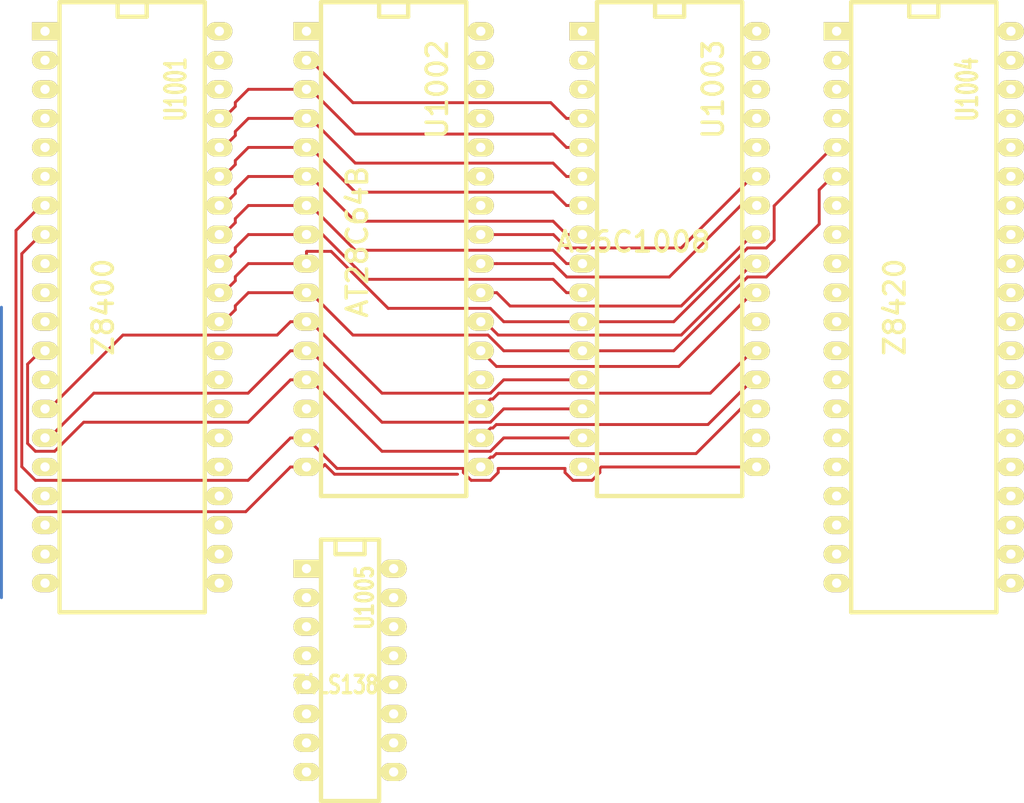
<source format=kicad_pcb>
(kicad_pcb (version 4) (host pcbnew "(2015-02-03 BZR 5404)-product")

  (general
    (links 86)
    (no_connects 86)
    (area 19.303999 25.590499 112.141002 96.329501)
    (thickness 1.6)
    (drawings 0)
    (tracks 215)
    (zones 0)
    (modules 5)
    (nets 67)
  )

  (page A3)
  (layers
    (0 F.Cu signal)
    (31 B.Cu signal)
    (32 B.Adhes user)
    (33 F.Adhes user)
    (34 B.Paste user)
    (35 F.Paste user)
    (36 B.SilkS user)
    (37 F.SilkS user)
    (38 B.Mask user)
    (39 F.Mask user)
    (40 Dwgs.User user)
    (41 Cmts.User user)
    (42 Eco1.User user)
    (43 Eco2.User user)
    (44 Edge.Cuts user)
  )

  (setup
    (last_trace_width 0.254)
    (trace_clearance 0.254)
    (zone_clearance 0.508)
    (zone_45_only no)
    (trace_min 0.254)
    (segment_width 0.2)
    (edge_width 0.1)
    (via_size 0.889)
    (via_drill 0.635)
    (via_min_size 0.889)
    (via_min_drill 0.508)
    (uvia_size 0.508)
    (uvia_drill 0.127)
    (uvias_allowed no)
    (uvia_min_size 0.508)
    (uvia_min_drill 0.127)
    (pcb_text_width 0.3)
    (pcb_text_size 1.5 1.5)
    (mod_edge_width 0.15)
    (mod_text_size 1 1)
    (mod_text_width 0.15)
    (pad_size 1.5 1.5)
    (pad_drill 0.6)
    (pad_to_mask_clearance 0)
    (aux_axis_origin 0 0)
    (visible_elements FFFFFFBF)
    (pcbplotparams
      (layerselection 0x00030_80000001)
      (usegerberextensions false)
      (excludeedgelayer true)
      (linewidth 0.150000)
      (plotframeref false)
      (viasonmask false)
      (mode 1)
      (useauxorigin false)
      (hpglpennumber 1)
      (hpglpenspeed 20)
      (hpglpendiameter 15)
      (hpglpenoverlay 2)
      (psnegative false)
      (psa4output false)
      (plotreference true)
      (plotvalue true)
      (plotinvisibletext false)
      (padsonsilk false)
      (subtractmaskfromsilk false)
      (outputformat 4)
      (mirror true)
      (drillshape 2)
      (scaleselection 1)
      (outputdirectory /Users/andreas/Desktop/))
  )

  (net 0 "")
  (net 1 /A0)
  (net 2 /A1)
  (net 3 /A10)
  (net 4 /A11)
  (net 5 /A12)
  (net 6 /A13)
  (net 7 /A14)
  (net 8 /A15)
  (net 9 /A2)
  (net 10 /A3)
  (net 11 /A4)
  (net 12 /A5)
  (net 13 /A6)
  (net 14 /A7)
  (net 15 /A8)
  (net 16 /A9)
  (net 17 /D0)
  (net 18 /D1)
  (net 19 /D2)
  (net 20 /D3)
  (net 21 /D4)
  (net 22 /D5)
  (net 23 /D6)
  (net 24 /D7)
  (net 25 /~WR)
  (net 26 GND)
  (net 27 VCC)
  (net 28 /CLK)
  (net 29 "Net-(U1001-Pad18)")
  (net 30 /~MREQ)
  (net 31 /~IOREQ)
  (net 32 /~RD)
  (net 33 "Net-(U1001-Pad23)")
  (net 34 /~RESET)
  (net 35 /~M1)
  (net 36 "Net-(U1001-Pad28)")
  (net 37 "Net-(U1003-Pad2)")
  (net 38 "Net-(U1004-Pad4)")
  (net 39 "Net-(U1004-Pad7)")
  (net 40 "Net-(U1004-Pad8)")
  (net 41 "Net-(U1004-Pad9)")
  (net 42 "Net-(U1004-Pad10)")
  (net 43 "Net-(U1004-Pad12)")
  (net 44 "Net-(U1004-Pad13)")
  (net 45 "Net-(U1004-Pad14)")
  (net 46 "Net-(U1004-Pad15)")
  (net 47 "Net-(U1004-Pad18)")
  (net 48 "Net-(U1004-Pad21)")
  (net 49 "Net-(U1004-Pad22)")
  (net 50 "Net-(U1004-Pad23)")
  (net 51 "Net-(U1004-Pad27)")
  (net 52 "Net-(U1004-Pad29)")
  (net 53 "Net-(U1004-Pad30)")
  (net 54 "Net-(U1004-Pad31)")
  (net 55 "Net-(U1004-Pad32)")
  (net 56 "Net-(U1004-Pad33)")
  (net 57 "Net-(U1004-Pad34)")
  (net 58 /~IORQ)
  (net 59 "Net-(U1005-Pad7)")
  (net 60 "Net-(U1005-Pad9)")
  (net 61 "Net-(U1005-Pad10)")
  (net 62 "Net-(U1005-Pad11)")
  (net 63 "Net-(U1005-Pad12)")
  (net 64 "Net-(U1005-Pad13)")
  (net 65 "Net-(U1005-Pad14)")
  (net 66 "Net-(U1005-Pad15)")

  (net_class Default "This is the default net class."
    (clearance 0.254)
    (trace_width 0.254)
    (via_dia 0.889)
    (via_drill 0.635)
    (uvia_dia 0.508)
    (uvia_drill 0.127)
    (add_net /A0)
    (add_net /A1)
    (add_net /A10)
    (add_net /A11)
    (add_net /A12)
    (add_net /A13)
    (add_net /A14)
    (add_net /A15)
    (add_net /A2)
    (add_net /A3)
    (add_net /A4)
    (add_net /A5)
    (add_net /A6)
    (add_net /A7)
    (add_net /A8)
    (add_net /A9)
    (add_net /CLK)
    (add_net /D0)
    (add_net /D1)
    (add_net /D2)
    (add_net /D3)
    (add_net /D4)
    (add_net /D5)
    (add_net /D6)
    (add_net /D7)
    (add_net /~IOREQ)
    (add_net /~IORQ)
    (add_net /~M1)
    (add_net /~MREQ)
    (add_net /~RD)
    (add_net /~RESET)
    (add_net /~WR)
    (add_net GND)
    (add_net "Net-(U1001-Pad18)")
    (add_net "Net-(U1001-Pad23)")
    (add_net "Net-(U1001-Pad28)")
    (add_net "Net-(U1003-Pad2)")
    (add_net "Net-(U1004-Pad10)")
    (add_net "Net-(U1004-Pad12)")
    (add_net "Net-(U1004-Pad13)")
    (add_net "Net-(U1004-Pad14)")
    (add_net "Net-(U1004-Pad15)")
    (add_net "Net-(U1004-Pad18)")
    (add_net "Net-(U1004-Pad21)")
    (add_net "Net-(U1004-Pad22)")
    (add_net "Net-(U1004-Pad23)")
    (add_net "Net-(U1004-Pad27)")
    (add_net "Net-(U1004-Pad29)")
    (add_net "Net-(U1004-Pad30)")
    (add_net "Net-(U1004-Pad31)")
    (add_net "Net-(U1004-Pad32)")
    (add_net "Net-(U1004-Pad33)")
    (add_net "Net-(U1004-Pad34)")
    (add_net "Net-(U1004-Pad4)")
    (add_net "Net-(U1004-Pad7)")
    (add_net "Net-(U1004-Pad8)")
    (add_net "Net-(U1004-Pad9)")
    (add_net "Net-(U1005-Pad10)")
    (add_net "Net-(U1005-Pad11)")
    (add_net "Net-(U1005-Pad12)")
    (add_net "Net-(U1005-Pad13)")
    (add_net "Net-(U1005-Pad14)")
    (add_net "Net-(U1005-Pad15)")
    (add_net "Net-(U1005-Pad7)")
    (add_net "Net-(U1005-Pad9)")
    (add_net VCC)
  )

  (module DIP-40__600_ELL (layer F.Cu) (tedit 200000) (tstamp 54D3F2D6)
    (at 31.115 52.705 270)
    (descr "Module Dil 40 pins, pads elliptiques, e=600 mils")
    (tags DIL)
    (path /54D11F78)
    (fp_text reference U1001 (at -19.05 -3.81 270) (layer F.SilkS)
      (effects (font (size 1.778 1.143) (thickness 0.3048)))
    )
    (fp_text value Z8400 (at 0 2.54 270) (layer F.SilkS)
      (effects (font (size 1.778 1.778) (thickness 0.3048)))
    )
    (fp_line (start -26.67 -1.27) (end -25.4 -1.27) (layer F.SilkS) (width 0.381))
    (fp_line (start -25.4 -1.27) (end -25.4 1.27) (layer F.SilkS) (width 0.381))
    (fp_line (start -25.4 1.27) (end -26.67 1.27) (layer F.SilkS) (width 0.381))
    (fp_line (start -26.67 -6.35) (end 26.67 -6.35) (layer F.SilkS) (width 0.381))
    (fp_line (start 26.67 -6.35) (end 26.67 6.35) (layer F.SilkS) (width 0.381))
    (fp_line (start 26.67 6.35) (end -26.67 6.35) (layer F.SilkS) (width 0.381))
    (fp_line (start -26.67 6.35) (end -26.67 -6.35) (layer F.SilkS) (width 0.381))
    (pad 1 thru_hole rect (at -24.13 7.62 270) (size 1.5748 2.286) (drill 0.8128) (layers *.Cu *.Mask F.SilkS)
      (net 4 /A11))
    (pad 2 thru_hole oval (at -21.59 7.62 270) (size 1.5748 2.286) (drill 0.8128) (layers *.Cu *.Mask F.SilkS)
      (net 5 /A12))
    (pad 3 thru_hole oval (at -19.05 7.62 270) (size 1.5748 2.286) (drill 0.8128) (layers *.Cu *.Mask F.SilkS)
      (net 6 /A13))
    (pad 4 thru_hole oval (at -16.51 7.62 270) (size 1.5748 2.286) (drill 0.8128) (layers *.Cu *.Mask F.SilkS)
      (net 7 /A14))
    (pad 5 thru_hole oval (at -13.97 7.62 270) (size 1.5748 2.286) (drill 0.8128) (layers *.Cu *.Mask F.SilkS)
      (net 8 /A15))
    (pad 6 thru_hole oval (at -11.43 7.62 270) (size 1.5748 2.286) (drill 0.8128) (layers *.Cu *.Mask F.SilkS)
      (net 28 /CLK))
    (pad 7 thru_hole oval (at -8.89 7.62 270) (size 1.5748 2.286) (drill 0.8128) (layers *.Cu *.Mask F.SilkS)
      (net 21 /D4))
    (pad 8 thru_hole oval (at -6.35 7.62 270) (size 1.5748 2.286) (drill 0.8128) (layers *.Cu *.Mask F.SilkS)
      (net 20 /D3))
    (pad 9 thru_hole oval (at -3.81 7.62 270) (size 1.5748 2.286) (drill 0.8128) (layers *.Cu *.Mask F.SilkS)
      (net 22 /D5))
    (pad 10 thru_hole oval (at -1.27 7.62 270) (size 1.5748 2.286) (drill 0.8128) (layers *.Cu *.Mask F.SilkS)
      (net 23 /D6))
    (pad 11 thru_hole oval (at 1.27 7.62 270) (size 1.5748 2.286) (drill 0.8128) (layers *.Cu *.Mask F.SilkS)
      (net 27 VCC))
    (pad 12 thru_hole oval (at 3.81 7.62 270) (size 1.5748 2.286) (drill 0.8128) (layers *.Cu *.Mask F.SilkS)
      (net 19 /D2))
    (pad 13 thru_hole oval (at 6.35 7.62 270) (size 1.5748 2.286) (drill 0.8128) (layers *.Cu *.Mask F.SilkS)
      (net 24 /D7))
    (pad 14 thru_hole oval (at 8.89 7.62 270) (size 1.5748 2.286) (drill 0.8128) (layers *.Cu *.Mask F.SilkS)
      (net 17 /D0))
    (pad 15 thru_hole oval (at 11.43 7.62 270) (size 1.5748 2.286) (drill 0.8128) (layers *.Cu *.Mask F.SilkS)
      (net 18 /D1))
    (pad 16 thru_hole oval (at 13.97 7.62 270) (size 1.5748 2.286) (drill 0.8128) (layers *.Cu *.Mask F.SilkS)
      (net 27 VCC))
    (pad 17 thru_hole oval (at 16.51 7.62 270) (size 1.5748 2.286) (drill 0.8128) (layers *.Cu *.Mask F.SilkS)
      (net 27 VCC))
    (pad 18 thru_hole oval (at 19.05 7.62 270) (size 1.5748 2.286) (drill 0.8128) (layers *.Cu *.Mask F.SilkS)
      (net 29 "Net-(U1001-Pad18)"))
    (pad 19 thru_hole oval (at 21.59 7.62 270) (size 1.5748 2.286) (drill 0.8128) (layers *.Cu *.Mask F.SilkS)
      (net 30 /~MREQ))
    (pad 20 thru_hole oval (at 24.13 7.62 270) (size 1.5748 2.286) (drill 0.8128) (layers *.Cu *.Mask F.SilkS)
      (net 31 /~IOREQ))
    (pad 21 thru_hole oval (at 24.13 -7.62 270) (size 1.5748 2.286) (drill 0.8128) (layers *.Cu *.Mask F.SilkS)
      (net 32 /~RD))
    (pad 22 thru_hole oval (at 21.59 -7.62 270) (size 1.5748 2.286) (drill 0.8128) (layers *.Cu *.Mask F.SilkS)
      (net 25 /~WR))
    (pad 23 thru_hole oval (at 19.05 -7.62 270) (size 1.5748 2.286) (drill 0.8128) (layers *.Cu *.Mask F.SilkS)
      (net 33 "Net-(U1001-Pad23)"))
    (pad 24 thru_hole oval (at 16.51 -7.62 270) (size 1.5748 2.286) (drill 0.8128) (layers *.Cu *.Mask F.SilkS)
      (net 27 VCC))
    (pad 25 thru_hole oval (at 13.97 -7.62 270) (size 1.5748 2.286) (drill 0.8128) (layers *.Cu *.Mask F.SilkS)
      (net 27 VCC))
    (pad 26 thru_hole oval (at 11.43 -7.62 270) (size 1.5748 2.286) (drill 0.8128) (layers *.Cu *.Mask F.SilkS)
      (net 34 /~RESET))
    (pad 27 thru_hole oval (at 8.89 -7.62 270) (size 1.5748 2.286) (drill 0.8128) (layers *.Cu *.Mask F.SilkS)
      (net 35 /~M1))
    (pad 28 thru_hole oval (at 6.35 -7.62 270) (size 1.5748 2.286) (drill 0.8128) (layers *.Cu *.Mask F.SilkS)
      (net 36 "Net-(U1001-Pad28)"))
    (pad 29 thru_hole oval (at 3.81 -7.62 270) (size 1.5748 2.286) (drill 0.8128) (layers *.Cu *.Mask F.SilkS)
      (net 26 GND))
    (pad 30 thru_hole oval (at 1.27 -7.62 270) (size 1.5748 2.286) (drill 0.8128) (layers *.Cu *.Mask F.SilkS)
      (net 1 /A0))
    (pad 31 thru_hole oval (at -1.27 -7.62 270) (size 1.5748 2.286) (drill 0.8128) (layers *.Cu *.Mask F.SilkS)
      (net 2 /A1))
    (pad 32 thru_hole oval (at -3.81 -7.62 270) (size 1.5748 2.286) (drill 0.8128) (layers *.Cu *.Mask F.SilkS)
      (net 9 /A2))
    (pad 33 thru_hole oval (at -6.35 -7.62 270) (size 1.5748 2.286) (drill 0.8128) (layers *.Cu *.Mask F.SilkS)
      (net 10 /A3))
    (pad 34 thru_hole oval (at -8.89 -7.62 270) (size 1.5748 2.286) (drill 0.8128) (layers *.Cu *.Mask F.SilkS)
      (net 11 /A4))
    (pad 35 thru_hole oval (at -11.43 -7.62 270) (size 1.5748 2.286) (drill 0.8128) (layers *.Cu *.Mask F.SilkS)
      (net 12 /A5))
    (pad 36 thru_hole oval (at -13.97 -7.62 270) (size 1.5748 2.286) (drill 0.8128) (layers *.Cu *.Mask F.SilkS)
      (net 13 /A6))
    (pad 37 thru_hole oval (at -16.51 -7.62 270) (size 1.5748 2.286) (drill 0.8128) (layers *.Cu *.Mask F.SilkS)
      (net 14 /A7))
    (pad 38 thru_hole oval (at -19.05 -7.62 270) (size 1.5748 2.286) (drill 0.8128) (layers *.Cu *.Mask F.SilkS)
      (net 15 /A8))
    (pad 39 thru_hole oval (at -21.59 -7.62 270) (size 1.5748 2.286) (drill 0.8128) (layers *.Cu *.Mask F.SilkS)
      (net 16 /A9))
    (pad 40 thru_hole oval (at -24.13 -7.62 270) (size 1.5748 2.286) (drill 0.8128) (layers *.Cu *.Mask F.SilkS)
      (net 3 /A10))
    (model dil\dil_40-w600.wrl
      (at (xyz 0 0 0))
      (scale (xyz 1 1 1))
      (rotate (xyz 0 0 0))
    )
  )

  (module DIP-40__600_ELL (layer F.Cu) (tedit 200000) (tstamp 54D3F309)
    (at 100.33 52.705 270)
    (descr "Module Dil 40 pins, pads elliptiques, e=600 mils")
    (tags DIL)
    (path /54D27D10)
    (fp_text reference U1004 (at -19.05 -3.81 270) (layer F.SilkS)
      (effects (font (size 1.778 1.143) (thickness 0.3048)))
    )
    (fp_text value Z8420 (at 0 2.54 270) (layer F.SilkS)
      (effects (font (size 1.778 1.778) (thickness 0.3048)))
    )
    (fp_line (start -26.67 -1.27) (end -25.4 -1.27) (layer F.SilkS) (width 0.381))
    (fp_line (start -25.4 -1.27) (end -25.4 1.27) (layer F.SilkS) (width 0.381))
    (fp_line (start -25.4 1.27) (end -26.67 1.27) (layer F.SilkS) (width 0.381))
    (fp_line (start -26.67 -6.35) (end 26.67 -6.35) (layer F.SilkS) (width 0.381))
    (fp_line (start 26.67 -6.35) (end 26.67 6.35) (layer F.SilkS) (width 0.381))
    (fp_line (start 26.67 6.35) (end -26.67 6.35) (layer F.SilkS) (width 0.381))
    (fp_line (start -26.67 6.35) (end -26.67 -6.35) (layer F.SilkS) (width 0.381))
    (pad 1 thru_hole rect (at -24.13 7.62 270) (size 1.5748 2.286) (drill 0.8128) (layers *.Cu *.Mask F.SilkS)
      (net 19 /D2))
    (pad 2 thru_hole oval (at -21.59 7.62 270) (size 1.5748 2.286) (drill 0.8128) (layers *.Cu *.Mask F.SilkS)
      (net 24 /D7))
    (pad 3 thru_hole oval (at -19.05 7.62 270) (size 1.5748 2.286) (drill 0.8128) (layers *.Cu *.Mask F.SilkS)
      (net 23 /D6))
    (pad 4 thru_hole oval (at -16.51 7.62 270) (size 1.5748 2.286) (drill 0.8128) (layers *.Cu *.Mask F.SilkS)
      (net 38 "Net-(U1004-Pad4)"))
    (pad 5 thru_hole oval (at -13.97 7.62 270) (size 1.5748 2.286) (drill 0.8128) (layers *.Cu *.Mask F.SilkS)
      (net 2 /A1))
    (pad 6 thru_hole oval (at -11.43 7.62 270) (size 1.5748 2.286) (drill 0.8128) (layers *.Cu *.Mask F.SilkS)
      (net 1 /A0))
    (pad 7 thru_hole oval (at -8.89 7.62 270) (size 1.5748 2.286) (drill 0.8128) (layers *.Cu *.Mask F.SilkS)
      (net 39 "Net-(U1004-Pad7)"))
    (pad 8 thru_hole oval (at -6.35 7.62 270) (size 1.5748 2.286) (drill 0.8128) (layers *.Cu *.Mask F.SilkS)
      (net 40 "Net-(U1004-Pad8)"))
    (pad 9 thru_hole oval (at -3.81 7.62 270) (size 1.5748 2.286) (drill 0.8128) (layers *.Cu *.Mask F.SilkS)
      (net 41 "Net-(U1004-Pad9)"))
    (pad 10 thru_hole oval (at -1.27 7.62 270) (size 1.5748 2.286) (drill 0.8128) (layers *.Cu *.Mask F.SilkS)
      (net 42 "Net-(U1004-Pad10)"))
    (pad 11 thru_hole oval (at 1.27 7.62 270) (size 1.5748 2.286) (drill 0.8128) (layers *.Cu *.Mask F.SilkS)
      (net 26 GND))
    (pad 12 thru_hole oval (at 3.81 7.62 270) (size 1.5748 2.286) (drill 0.8128) (layers *.Cu *.Mask F.SilkS)
      (net 43 "Net-(U1004-Pad12)"))
    (pad 13 thru_hole oval (at 6.35 7.62 270) (size 1.5748 2.286) (drill 0.8128) (layers *.Cu *.Mask F.SilkS)
      (net 44 "Net-(U1004-Pad13)"))
    (pad 14 thru_hole oval (at 8.89 7.62 270) (size 1.5748 2.286) (drill 0.8128) (layers *.Cu *.Mask F.SilkS)
      (net 45 "Net-(U1004-Pad14)"))
    (pad 15 thru_hole oval (at 11.43 7.62 270) (size 1.5748 2.286) (drill 0.8128) (layers *.Cu *.Mask F.SilkS)
      (net 46 "Net-(U1004-Pad15)"))
    (pad 16 thru_hole oval (at 13.97 7.62 270) (size 1.5748 2.286) (drill 0.8128) (layers *.Cu *.Mask F.SilkS)
      (net 27 VCC))
    (pad 17 thru_hole oval (at 16.51 7.62 270) (size 1.5748 2.286) (drill 0.8128) (layers *.Cu *.Mask F.SilkS)
      (net 27 VCC))
    (pad 18 thru_hole oval (at 19.05 7.62 270) (size 1.5748 2.286) (drill 0.8128) (layers *.Cu *.Mask F.SilkS)
      (net 47 "Net-(U1004-Pad18)"))
    (pad 19 thru_hole oval (at 21.59 7.62 270) (size 1.5748 2.286) (drill 0.8128) (layers *.Cu *.Mask F.SilkS)
      (net 17 /D0))
    (pad 20 thru_hole oval (at 24.13 7.62 270) (size 1.5748 2.286) (drill 0.8128) (layers *.Cu *.Mask F.SilkS)
      (net 18 /D1))
    (pad 21 thru_hole oval (at 24.13 -7.62 270) (size 1.5748 2.286) (drill 0.8128) (layers *.Cu *.Mask F.SilkS)
      (net 48 "Net-(U1004-Pad21)"))
    (pad 22 thru_hole oval (at 21.59 -7.62 270) (size 1.5748 2.286) (drill 0.8128) (layers *.Cu *.Mask F.SilkS)
      (net 49 "Net-(U1004-Pad22)"))
    (pad 23 thru_hole oval (at 19.05 -7.62 270) (size 1.5748 2.286) (drill 0.8128) (layers *.Cu *.Mask F.SilkS)
      (net 50 "Net-(U1004-Pad23)"))
    (pad 24 thru_hole oval (at 16.51 -7.62 270) (size 1.5748 2.286) (drill 0.8128) (layers *.Cu *.Mask F.SilkS)
      (net 26 GND))
    (pad 25 thru_hole oval (at 13.97 -7.62 270) (size 1.5748 2.286) (drill 0.8128) (layers *.Cu *.Mask F.SilkS)
      (net 28 /CLK))
    (pad 26 thru_hole oval (at 11.43 -7.62 270) (size 1.5748 2.286) (drill 0.8128) (layers *.Cu *.Mask F.SilkS))
    (pad 27 thru_hole oval (at 8.89 -7.62 270) (size 1.5748 2.286) (drill 0.8128) (layers *.Cu *.Mask F.SilkS)
      (net 51 "Net-(U1004-Pad27)"))
    (pad 28 thru_hole oval (at 6.35 -7.62 270) (size 1.5748 2.286) (drill 0.8128) (layers *.Cu *.Mask F.SilkS)
      (net 27 VCC))
    (pad 29 thru_hole oval (at 3.81 -7.62 270) (size 1.5748 2.286) (drill 0.8128) (layers *.Cu *.Mask F.SilkS)
      (net 52 "Net-(U1004-Pad29)"))
    (pad 30 thru_hole oval (at 1.27 -7.62 270) (size 1.5748 2.286) (drill 0.8128) (layers *.Cu *.Mask F.SilkS)
      (net 53 "Net-(U1004-Pad30)"))
    (pad 31 thru_hole oval (at -1.27 -7.62 270) (size 1.5748 2.286) (drill 0.8128) (layers *.Cu *.Mask F.SilkS)
      (net 54 "Net-(U1004-Pad31)"))
    (pad 32 thru_hole oval (at -3.81 -7.62 270) (size 1.5748 2.286) (drill 0.8128) (layers *.Cu *.Mask F.SilkS)
      (net 55 "Net-(U1004-Pad32)"))
    (pad 33 thru_hole oval (at -6.35 -7.62 270) (size 1.5748 2.286) (drill 0.8128) (layers *.Cu *.Mask F.SilkS)
      (net 56 "Net-(U1004-Pad33)"))
    (pad 34 thru_hole oval (at -8.89 -7.62 270) (size 1.5748 2.286) (drill 0.8128) (layers *.Cu *.Mask F.SilkS)
      (net 57 "Net-(U1004-Pad34)"))
    (pad 35 thru_hole oval (at -11.43 -7.62 270) (size 1.5748 2.286) (drill 0.8128) (layers *.Cu *.Mask F.SilkS)
      (net 32 /~RD))
    (pad 36 thru_hole oval (at -13.97 -7.62 270) (size 1.5748 2.286) (drill 0.8128) (layers *.Cu *.Mask F.SilkS)
      (net 58 /~IORQ))
    (pad 37 thru_hole oval (at -16.51 -7.62 270) (size 1.5748 2.286) (drill 0.8128) (layers *.Cu *.Mask F.SilkS)
      (net 35 /~M1))
    (pad 38 thru_hole oval (at -19.05 -7.62 270) (size 1.5748 2.286) (drill 0.8128) (layers *.Cu *.Mask F.SilkS)
      (net 22 /D5))
    (pad 39 thru_hole oval (at -21.59 -7.62 270) (size 1.5748 2.286) (drill 0.8128) (layers *.Cu *.Mask F.SilkS)
      (net 21 /D4))
    (pad 40 thru_hole oval (at -24.13 -7.62 270) (size 1.5748 2.286) (drill 0.8128) (layers *.Cu *.Mask F.SilkS)
      (net 20 /D3))
    (model dil\dil_40-w600.wrl
      (at (xyz 0 0 0))
      (scale (xyz 1 1 1))
      (rotate (xyz 0 0 0))
    )
  )

  (module DIP-32__600_ELL (layer F.Cu) (tedit 200000) (tstamp 54D3F334)
    (at 53.975 47.625 270)
    (descr "32 pins DIL package, elliptical pads, width 600mil")
    (tags DIL)
    (path /54D12202)
    (fp_text reference U1002 (at -13.97 -3.81 270) (layer F.SilkS)
      (effects (font (size 1.778 1.778) (thickness 0.3048)))
    )
    (fp_text value AT28C64B (at -0.635 3.175 270) (layer F.SilkS)
      (effects (font (size 1.778 1.778) (thickness 0.3048)))
    )
    (fp_line (start -21.59 -6.35) (end 21.59 -6.35) (layer F.SilkS) (width 0.381))
    (fp_line (start 21.59 -6.35) (end 21.59 6.35) (layer F.SilkS) (width 0.381))
    (fp_line (start 21.59 6.35) (end -21.59 6.35) (layer F.SilkS) (width 0.381))
    (fp_line (start -21.59 6.35) (end -21.59 -6.35) (layer F.SilkS) (width 0.381))
    (fp_line (start -21.59 1.27) (end -20.32 1.27) (layer F.SilkS) (width 0.381))
    (fp_line (start -20.32 1.27) (end -20.32 -1.27) (layer F.SilkS) (width 0.381))
    (fp_line (start -20.32 -1.27) (end -21.59 -1.27) (layer F.SilkS) (width 0.381))
    (pad 1 thru_hole rect (at -19.05 7.62 270) (size 1.5748 2.286) (drill 0.8128) (layers *.Cu *.Mask F.SilkS))
    (pad 2 thru_hole oval (at -16.51 7.62 270) (size 1.5748 2.286) (drill 0.8128) (layers *.Cu *.Mask F.SilkS)
      (net 5 /A12))
    (pad 3 thru_hole oval (at -13.97 7.62 270) (size 1.5748 2.286) (drill 0.8128) (layers *.Cu *.Mask F.SilkS)
      (net 14 /A7))
    (pad 4 thru_hole oval (at -11.43 7.62 270) (size 1.5748 2.286) (drill 0.8128) (layers *.Cu *.Mask F.SilkS)
      (net 13 /A6))
    (pad 5 thru_hole oval (at -8.89 7.62 270) (size 1.5748 2.286) (drill 0.8128) (layers *.Cu *.Mask F.SilkS)
      (net 12 /A5))
    (pad 6 thru_hole oval (at -6.35 7.62 270) (size 1.5748 2.286) (drill 0.8128) (layers *.Cu *.Mask F.SilkS)
      (net 11 /A4))
    (pad 7 thru_hole oval (at -3.81 7.62 270) (size 1.5748 2.286) (drill 0.8128) (layers *.Cu *.Mask F.SilkS)
      (net 10 /A3))
    (pad 8 thru_hole oval (at -1.27 7.62 270) (size 1.5748 2.286) (drill 0.8128) (layers *.Cu *.Mask F.SilkS)
      (net 9 /A2))
    (pad 9 thru_hole oval (at 1.27 7.62 270) (size 1.5748 2.286) (drill 0.8128) (layers *.Cu *.Mask F.SilkS)
      (net 2 /A1))
    (pad 10 thru_hole oval (at 3.81 7.62 270) (size 1.5748 2.286) (drill 0.8128) (layers *.Cu *.Mask F.SilkS)
      (net 1 /A0))
    (pad 11 thru_hole oval (at 6.35 7.62 270) (size 1.5748 2.286) (drill 0.8128) (layers *.Cu *.Mask F.SilkS)
      (net 17 /D0))
    (pad 12 thru_hole oval (at 8.89 7.62 270) (size 1.5748 2.286) (drill 0.8128) (layers *.Cu *.Mask F.SilkS)
      (net 18 /D1))
    (pad 13 thru_hole oval (at 11.43 7.62 270) (size 1.5748 2.286) (drill 0.8128) (layers *.Cu *.Mask F.SilkS)
      (net 19 /D2))
    (pad 14 thru_hole oval (at 13.97 7.62 270) (size 1.5748 2.286) (drill 0.8128) (layers *.Cu *.Mask F.SilkS)
      (net 26 GND))
    (pad 15 thru_hole oval (at 16.51 7.62 270) (size 1.5748 2.286) (drill 0.8128) (layers *.Cu *.Mask F.SilkS)
      (net 20 /D3))
    (pad 16 thru_hole oval (at 19.05 7.62 270) (size 1.5748 2.286) (drill 0.8128) (layers *.Cu *.Mask F.SilkS)
      (net 21 /D4))
    (pad 17 thru_hole oval (at 19.05 -7.62 270) (size 1.5748 2.286) (drill 0.8128) (layers *.Cu *.Mask F.SilkS)
      (net 22 /D5))
    (pad 18 thru_hole oval (at 16.51 -7.62 270) (size 1.5748 2.286) (drill 0.8128) (layers *.Cu *.Mask F.SilkS)
      (net 23 /D6))
    (pad 19 thru_hole oval (at 13.97 -7.62 270) (size 1.5748 2.286) (drill 0.8128) (layers *.Cu *.Mask F.SilkS)
      (net 24 /D7))
    (pad 20 thru_hole oval (at 11.43 -7.62 270) (size 1.5748 2.286) (drill 0.8128) (layers *.Cu *.Mask F.SilkS)
      (net 8 /A15))
    (pad 21 thru_hole oval (at 8.89 -7.62 270) (size 1.5748 2.286) (drill 0.8128) (layers *.Cu *.Mask F.SilkS)
      (net 3 /A10))
    (pad 22 thru_hole oval (at 6.35 -7.62 270) (size 1.5748 2.286) (drill 0.8128) (layers *.Cu *.Mask F.SilkS)
      (net 30 /~MREQ))
    (pad 23 thru_hole oval (at 3.81 -7.62 270) (size 1.5748 2.286) (drill 0.8128) (layers *.Cu *.Mask F.SilkS)
      (net 4 /A11))
    (pad 24 thru_hole oval (at 1.27 -7.62 270) (size 1.5748 2.286) (drill 0.8128) (layers *.Cu *.Mask F.SilkS)
      (net 16 /A9))
    (pad 25 thru_hole oval (at -1.27 -7.62 270) (size 1.5748 2.286) (drill 0.8128) (layers *.Cu *.Mask F.SilkS)
      (net 15 /A8))
    (pad 26 thru_hole oval (at -3.81 -7.62 270) (size 1.5748 2.286) (drill 0.8128) (layers *.Cu *.Mask F.SilkS))
    (pad 27 thru_hole oval (at -6.35 -7.62 270) (size 1.5748 2.286) (drill 0.8128) (layers *.Cu *.Mask F.SilkS)
      (net 27 VCC))
    (pad 28 thru_hole oval (at -8.89 -7.62 270) (size 1.5748 2.286) (drill 0.8128) (layers *.Cu *.Mask F.SilkS)
      (net 27 VCC))
    (pad 29 thru_hole oval (at -11.43 -7.62 270) (size 1.5748 2.286) (drill 0.8128) (layers *.Cu *.Mask F.SilkS))
    (pad 30 thru_hole oval (at -13.97 -7.62 270) (size 1.5748 2.286) (drill 0.8128) (layers *.Cu *.Mask F.SilkS))
    (pad 31 thru_hole oval (at -16.51 -7.62 270) (size 1.5748 2.286) (drill 0.8128) (layers *.Cu *.Mask F.SilkS))
    (pad 32 thru_hole oval (at -19.05 -7.62 270) (size 1.5748 2.286) (drill 0.8128) (layers *.Cu *.Mask F.SilkS))
    (model dil/dil_32-w600.wrl
      (at (xyz 0 0 0))
      (scale (xyz 1 1 1))
      (rotate (xyz 0 0 0))
    )
  )

  (module DIP-32__600_ELL (layer F.Cu) (tedit 54D670AC) (tstamp 54D3F35F)
    (at 78.105 47.625 270)
    (descr "32 pins DIL package, elliptical pads, width 600mil")
    (tags DIL)
    (path /54D12D71)
    (fp_text reference U1003 (at -13.97 -3.81 270) (layer F.SilkS)
      (effects (font (size 1.778 1.778) (thickness 0.3048)))
    )
    (fp_text value AS6C1008 (at -0.635 3.175 360) (layer F.SilkS)
      (effects (font (size 1.778 1.778) (thickness 0.3048)))
    )
    (fp_line (start -21.59 -6.35) (end 21.59 -6.35) (layer F.SilkS) (width 0.381))
    (fp_line (start 21.59 -6.35) (end 21.59 6.35) (layer F.SilkS) (width 0.381))
    (fp_line (start 21.59 6.35) (end -21.59 6.35) (layer F.SilkS) (width 0.381))
    (fp_line (start -21.59 6.35) (end -21.59 -6.35) (layer F.SilkS) (width 0.381))
    (fp_line (start -21.59 1.27) (end -20.32 1.27) (layer F.SilkS) (width 0.381))
    (fp_line (start -20.32 1.27) (end -20.32 -1.27) (layer F.SilkS) (width 0.381))
    (fp_line (start -20.32 -1.27) (end -21.59 -1.27) (layer F.SilkS) (width 0.381))
    (pad 1 thru_hole rect (at -19.05 7.62 270) (size 1.5748 2.286) (drill 0.8128) (layers *.Cu *.Mask F.SilkS))
    (pad 2 thru_hole oval (at -16.51 7.62 270) (size 1.5748 2.286) (drill 0.8128) (layers *.Cu *.Mask F.SilkS)
      (net 37 "Net-(U1003-Pad2)"))
    (pad 3 thru_hole oval (at -13.97 7.62 270) (size 1.5748 2.286) (drill 0.8128) (layers *.Cu *.Mask F.SilkS)
      (net 7 /A14))
    (pad 4 thru_hole oval (at -11.43 7.62 270) (size 1.5748 2.286) (drill 0.8128) (layers *.Cu *.Mask F.SilkS)
      (net 5 /A12))
    (pad 5 thru_hole oval (at -8.89 7.62 270) (size 1.5748 2.286) (drill 0.8128) (layers *.Cu *.Mask F.SilkS)
      (net 14 /A7))
    (pad 6 thru_hole oval (at -6.35 7.62 270) (size 1.5748 2.286) (drill 0.8128) (layers *.Cu *.Mask F.SilkS)
      (net 13 /A6))
    (pad 7 thru_hole oval (at -3.81 7.62 270) (size 1.5748 2.286) (drill 0.8128) (layers *.Cu *.Mask F.SilkS)
      (net 12 /A5))
    (pad 8 thru_hole oval (at -1.27 7.62 270) (size 1.5748 2.286) (drill 0.8128) (layers *.Cu *.Mask F.SilkS)
      (net 11 /A4))
    (pad 9 thru_hole oval (at 1.27 7.62 270) (size 1.5748 2.286) (drill 0.8128) (layers *.Cu *.Mask F.SilkS)
      (net 10 /A3))
    (pad 10 thru_hole oval (at 3.81 7.62 270) (size 1.5748 2.286) (drill 0.8128) (layers *.Cu *.Mask F.SilkS)
      (net 9 /A2))
    (pad 11 thru_hole oval (at 6.35 7.62 270) (size 1.5748 2.286) (drill 0.8128) (layers *.Cu *.Mask F.SilkS)
      (net 2 /A1))
    (pad 12 thru_hole oval (at 8.89 7.62 270) (size 1.5748 2.286) (drill 0.8128) (layers *.Cu *.Mask F.SilkS)
      (net 1 /A0))
    (pad 13 thru_hole oval (at 11.43 7.62 270) (size 1.5748 2.286) (drill 0.8128) (layers *.Cu *.Mask F.SilkS)
      (net 17 /D0))
    (pad 14 thru_hole oval (at 13.97 7.62 270) (size 1.5748 2.286) (drill 0.8128) (layers *.Cu *.Mask F.SilkS)
      (net 18 /D1))
    (pad 15 thru_hole oval (at 16.51 7.62 270) (size 1.5748 2.286) (drill 0.8128) (layers *.Cu *.Mask F.SilkS)
      (net 19 /D2))
    (pad 16 thru_hole oval (at 19.05 7.62 270) (size 1.5748 2.286) (drill 0.8128) (layers *.Cu *.Mask F.SilkS)
      (net 26 GND))
    (pad 17 thru_hole oval (at 19.05 -7.62 270) (size 1.5748 2.286) (drill 0.8128) (layers *.Cu *.Mask F.SilkS)
      (net 20 /D3))
    (pad 18 thru_hole oval (at 16.51 -7.62 270) (size 1.5748 2.286) (drill 0.8128) (layers *.Cu *.Mask F.SilkS)
      (net 21 /D4))
    (pad 19 thru_hole oval (at 13.97 -7.62 270) (size 1.5748 2.286) (drill 0.8128) (layers *.Cu *.Mask F.SilkS)
      (net 22 /D5))
    (pad 20 thru_hole oval (at 11.43 -7.62 270) (size 1.5748 2.286) (drill 0.8128) (layers *.Cu *.Mask F.SilkS)
      (net 23 /D6))
    (pad 21 thru_hole oval (at 8.89 -7.62 270) (size 1.5748 2.286) (drill 0.8128) (layers *.Cu *.Mask F.SilkS)
      (net 24 /D7))
    (pad 22 thru_hole oval (at 6.35 -7.62 270) (size 1.5748 2.286) (drill 0.8128) (layers *.Cu *.Mask F.SilkS)
      (net 26 GND))
    (pad 23 thru_hole oval (at 3.81 -7.62 270) (size 1.5748 2.286) (drill 0.8128) (layers *.Cu *.Mask F.SilkS)
      (net 3 /A10))
    (pad 24 thru_hole oval (at 1.27 -7.62 270) (size 1.5748 2.286) (drill 0.8128) (layers *.Cu *.Mask F.SilkS)
      (net 30 /~MREQ))
    (pad 25 thru_hole oval (at -1.27 -7.62 270) (size 1.5748 2.286) (drill 0.8128) (layers *.Cu *.Mask F.SilkS)
      (net 4 /A11))
    (pad 26 thru_hole oval (at -3.81 -7.62 270) (size 1.5748 2.286) (drill 0.8128) (layers *.Cu *.Mask F.SilkS)
      (net 16 /A9))
    (pad 27 thru_hole oval (at -6.35 -7.62 270) (size 1.5748 2.286) (drill 0.8128) (layers *.Cu *.Mask F.SilkS)
      (net 15 /A8))
    (pad 28 thru_hole oval (at -8.89 -7.62 270) (size 1.5748 2.286) (drill 0.8128) (layers *.Cu *.Mask F.SilkS)
      (net 6 /A13))
    (pad 29 thru_hole oval (at -11.43 -7.62 270) (size 1.5748 2.286) (drill 0.8128) (layers *.Cu *.Mask F.SilkS)
      (net 25 /~WR))
    (pad 30 thru_hole oval (at -13.97 -7.62 270) (size 1.5748 2.286) (drill 0.8128) (layers *.Cu *.Mask F.SilkS)
      (net 8 /A15))
    (pad 31 thru_hole oval (at -16.51 -7.62 270) (size 1.5748 2.286) (drill 0.8128) (layers *.Cu *.Mask F.SilkS)
      (net 8 /A15))
    (pad 32 thru_hole oval (at -19.05 -7.62 270) (size 1.5748 2.286) (drill 0.8128) (layers *.Cu *.Mask F.SilkS)
      (net 27 VCC))
    (model dil/dil_32-w600.wrl
      (at (xyz 0 0 0))
      (scale (xyz 1 1 1))
      (rotate (xyz 0 0 0))
    )
  )

  (module DIP-16__300_ELL (layer F.Cu) (tedit 54D670B2) (tstamp 54D672A0)
    (at 50.165 84.455 270)
    (descr "16 pins DIL package, elliptical pads")
    (tags DIL)
    (path /54D3E273)
    (fp_text reference U1005 (at -6.35 -1.27 270) (layer F.SilkS)
      (effects (font (size 1.524 1.143) (thickness 0.3048)))
    )
    (fp_text value 74LS138 (at 1.27 1.27 360) (layer F.SilkS)
      (effects (font (size 1.524 1.143) (thickness 0.3048)))
    )
    (fp_line (start -11.43 -1.27) (end -11.43 -1.27) (layer F.SilkS) (width 0.381))
    (fp_line (start -11.43 -1.27) (end -10.16 -1.27) (layer F.SilkS) (width 0.381))
    (fp_line (start -10.16 -1.27) (end -10.16 1.27) (layer F.SilkS) (width 0.381))
    (fp_line (start -10.16 1.27) (end -11.43 1.27) (layer F.SilkS) (width 0.381))
    (fp_line (start -11.43 -2.54) (end 11.43 -2.54) (layer F.SilkS) (width 0.381))
    (fp_line (start 11.43 -2.54) (end 11.43 2.54) (layer F.SilkS) (width 0.381))
    (fp_line (start 11.43 2.54) (end -11.43 2.54) (layer F.SilkS) (width 0.381))
    (fp_line (start -11.43 2.54) (end -11.43 -2.54) (layer F.SilkS) (width 0.381))
    (pad 1 thru_hole rect (at -8.89 3.81 270) (size 1.5748 2.286) (drill 0.8128) (layers *.Cu *.Mask F.SilkS)
      (net 11 /A4))
    (pad 2 thru_hole oval (at -6.35 3.81 270) (size 1.5748 2.286) (drill 0.8128) (layers *.Cu *.Mask F.SilkS)
      (net 12 /A5))
    (pad 3 thru_hole oval (at -3.81 3.81 270) (size 1.5748 2.286) (drill 0.8128) (layers *.Cu *.Mask F.SilkS)
      (net 13 /A6))
    (pad 4 thru_hole oval (at -1.27 3.81 270) (size 1.5748 2.286) (drill 0.8128) (layers *.Cu *.Mask F.SilkS)
      (net 14 /A7))
    (pad 5 thru_hole oval (at 1.27 3.81 270) (size 1.5748 2.286) (drill 0.8128) (layers *.Cu *.Mask F.SilkS)
      (net 26 GND))
    (pad 6 thru_hole oval (at 3.81 3.81 270) (size 1.5748 2.286) (drill 0.8128) (layers *.Cu *.Mask F.SilkS)
      (net 27 VCC))
    (pad 7 thru_hole oval (at 6.35 3.81 270) (size 1.5748 2.286) (drill 0.8128) (layers *.Cu *.Mask F.SilkS)
      (net 59 "Net-(U1005-Pad7)"))
    (pad 8 thru_hole oval (at 8.89 3.81 270) (size 1.5748 2.286) (drill 0.8128) (layers *.Cu *.Mask F.SilkS)
      (net 26 GND))
    (pad 9 thru_hole oval (at 8.89 -3.81 270) (size 1.5748 2.286) (drill 0.8128) (layers *.Cu *.Mask F.SilkS)
      (net 60 "Net-(U1005-Pad9)"))
    (pad 10 thru_hole oval (at 6.35 -3.81 270) (size 1.5748 2.286) (drill 0.8128) (layers *.Cu *.Mask F.SilkS)
      (net 61 "Net-(U1005-Pad10)"))
    (pad 11 thru_hole oval (at 3.81 -3.81 270) (size 1.5748 2.286) (drill 0.8128) (layers *.Cu *.Mask F.SilkS)
      (net 62 "Net-(U1005-Pad11)"))
    (pad 12 thru_hole oval (at 1.27 -3.81 270) (size 1.5748 2.286) (drill 0.8128) (layers *.Cu *.Mask F.SilkS)
      (net 63 "Net-(U1005-Pad12)"))
    (pad 13 thru_hole oval (at -1.27 -3.81 270) (size 1.5748 2.286) (drill 0.8128) (layers *.Cu *.Mask F.SilkS)
      (net 64 "Net-(U1005-Pad13)"))
    (pad 14 thru_hole oval (at -3.81 -3.81 270) (size 1.5748 2.286) (drill 0.8128) (layers *.Cu *.Mask F.SilkS)
      (net 65 "Net-(U1005-Pad14)"))
    (pad 15 thru_hole oval (at -6.35 -3.81 270) (size 1.5748 2.286) (drill 0.8128) (layers *.Cu *.Mask F.SilkS)
      (net 66 "Net-(U1005-Pad15)"))
    (pad 16 thru_hole oval (at -8.89 -3.81 270) (size 1.5748 2.286) (drill 0.8128) (layers *.Cu *.Mask F.SilkS)
      (net 27 VCC))
    (model dil/dil_16.wrl
      (at (xyz 0 0 0))
      (scale (xyz 1 1 1))
      (rotate (xyz 0 0 0))
    )
  )

  (segment (start 19.685 52.705) (end 19.685 78.105) (width 0.254) (layer B.Cu) (net 0) (tstamp 54D699E8))
  (segment (start 92.71 41.275) (end 92.3544 41.275) (width 0.254) (layer F.Cu) (net 1))
  (segment (start 92.3544 41.275) (end 91.18599 42.44341) (width 0.254) (layer F.Cu) (net 1))
  (segment (start 91.18599 42.44341) (end 91.18599 45.441991) (width 0.254) (layer F.Cu) (net 1))
  (segment (start 91.18599 45.441991) (end 86.564571 50.06341) (width 0.254) (layer F.Cu) (net 1))
  (segment (start 86.564571 50.06341) (end 84.919424 50.06341) (width 0.254) (layer F.Cu) (net 1))
  (segment (start 84.919424 50.06341) (end 78.467834 56.515) (width 0.254) (layer F.Cu) (net 1))
  (segment (start 78.467834 56.515) (end 71.882 56.515) (width 0.254) (layer F.Cu) (net 1))
  (segment (start 71.882 56.515) (end 70.485 56.515) (width 0.254) (layer F.Cu) (net 1))
  (segment (start 46.7106 51.435) (end 46.355 51.435) (width 0.254) (layer F.Cu) (net 1))
  (segment (start 50.41901 55.14341) (end 46.7106 51.435) (width 0.254) (layer F.Cu) (net 1))
  (segment (start 62.231391 55.14341) (end 50.41901 55.14341) (width 0.254) (layer F.Cu) (net 1))
  (segment (start 63.602981 56.515) (end 62.231391 55.14341) (width 0.254) (layer F.Cu) (net 1))
  (segment (start 70.485 56.515) (end 63.602981 56.515) (width 0.254) (layer F.Cu) (net 1))
  (segment (start 46.355 51.435) (end 41.275 51.435) (width 0.254) (layer F.Cu) (net 1))
  (segment (start 41.275 51.435) (end 40.132 52.578) (width 0.254) (layer F.Cu) (net 1))
  (segment (start 40.132 52.578) (end 40.132 52.9336) (width 0.254) (layer F.Cu) (net 1))
  (segment (start 40.132 52.9336) (end 39.0906 53.975) (width 0.254) (layer F.Cu) (net 1))
  (segment (start 39.0906 53.975) (end 38.735 53.975) (width 0.254) (layer F.Cu) (net 1))
  (segment (start 92.71 38.735) (end 92.3544 38.735) (width 0.254) (layer F.Cu) (net 2))
  (segment (start 92.3544 38.735) (end 87.24901 43.84039) (width 0.254) (layer F.Cu) (net 2))
  (segment (start 87.24901 43.84039) (end 87.24901 46.838971) (width 0.254) (layer F.Cu) (net 2))
  (segment (start 87.24901 46.838971) (end 86.564571 47.52341) (width 0.254) (layer F.Cu) (net 2))
  (segment (start 78.467834 53.975) (end 71.882 53.975) (width 0.254) (layer F.Cu) (net 2))
  (segment (start 86.564571 47.52341) (end 84.919424 47.52341) (width 0.254) (layer F.Cu) (net 2))
  (segment (start 84.919424 47.52341) (end 78.467834 53.975) (width 0.254) (layer F.Cu) (net 2))
  (segment (start 71.882 53.975) (end 70.485 53.975) (width 0.254) (layer F.Cu) (net 2))
  (segment (start 48.510283 47.820947) (end 46.387653 47.820947) (width 0.254) (layer F.Cu) (net 2))
  (segment (start 53.495926 52.80659) (end 48.510283 47.820947) (width 0.254) (layer F.Cu) (net 2))
  (segment (start 70.485 53.975) (end 63.602981 53.975) (width 0.254) (layer F.Cu) (net 2))
  (segment (start 62.434571 52.80659) (end 53.495926 52.80659) (width 0.254) (layer F.Cu) (net 2))
  (segment (start 63.602981 53.975) (end 62.434571 52.80659) (width 0.254) (layer F.Cu) (net 2))
  (segment (start 46.355 47.8536) (end 46.355 48.895) (width 0.254) (layer F.Cu) (net 2))
  (segment (start 46.387653 47.820947) (end 46.355 47.8536) (width 0.254) (layer F.Cu) (net 2))
  (segment (start 46.355 48.895) (end 41.275 48.895) (width 0.254) (layer F.Cu) (net 2))
  (segment (start 40.132 50.038) (end 40.132 50.3936) (width 0.254) (layer F.Cu) (net 2))
  (segment (start 41.275 48.895) (end 40.132 50.038) (width 0.254) (layer F.Cu) (net 2))
  (segment (start 40.132 50.3936) (end 39.0906 51.435) (width 0.254) (layer F.Cu) (net 2))
  (segment (start 39.0906 51.435) (end 38.735 51.435) (width 0.254) (layer F.Cu) (net 2))
  (segment (start 85.725 51.435) (end 85.3694 51.435) (width 0.254) (layer F.Cu) (net 3))
  (segment (start 85.3694 51.435) (end 78.91781 57.88659) (width 0.254) (layer F.Cu) (net 3))
  (segment (start 78.91781 57.88659) (end 62.96659 57.88659) (width 0.254) (layer F.Cu) (net 3))
  (segment (start 62.96659 57.88659) (end 61.595 56.515) (width 0.254) (layer F.Cu) (net 3))
  (segment (start 85.725 46.355) (end 85.3694 46.355) (width 0.254) (layer F.Cu) (net 4))
  (segment (start 85.3694 46.355) (end 79.12099 52.60341) (width 0.254) (layer F.Cu) (net 4))
  (segment (start 79.12099 52.60341) (end 64.16041 52.60341) (width 0.254) (layer F.Cu) (net 4))
  (segment (start 64.16041 52.60341) (end 62.992 51.435) (width 0.254) (layer F.Cu) (net 4))
  (segment (start 62.992 51.435) (end 61.595 51.435) (width 0.254) (layer F.Cu) (net 4))
  (segment (start 70.485 36.195) (end 69.088 36.195) (width 0.254) (layer F.Cu) (net 5))
  (segment (start 69.088 36.195) (end 67.71641 34.82341) (width 0.254) (layer F.Cu) (net 5))
  (segment (start 67.71641 34.82341) (end 50.41901 34.82341) (width 0.254) (layer F.Cu) (net 5))
  (segment (start 50.41901 34.82341) (end 46.7106 31.115) (width 0.254) (layer F.Cu) (net 5))
  (segment (start 46.7106 31.115) (end 46.355 31.115) (width 0.254) (layer F.Cu) (net 5))
  (segment (start 70.485 51.435) (end 69.088 51.435) (width 0.254) (layer F.Cu) (net 9))
  (segment (start 51.67436 50.26659) (end 47.76277 46.355) (width 0.254) (layer F.Cu) (net 9))
  (segment (start 47.752 46.355) (end 46.355 46.355) (width 0.254) (layer F.Cu) (net 9))
  (segment (start 69.088 51.435) (end 67.91959 50.26659) (width 0.254) (layer F.Cu) (net 9))
  (segment (start 47.76277 46.355) (end 47.752 46.355) (width 0.254) (layer F.Cu) (net 9))
  (segment (start 67.91959 50.26659) (end 51.67436 50.26659) (width 0.254) (layer F.Cu) (net 9))
  (segment (start 46.355 46.355) (end 41.275 46.355) (width 0.254) (layer F.Cu) (net 9))
  (segment (start 41.275 46.355) (end 40.132 47.498) (width 0.254) (layer F.Cu) (net 9))
  (segment (start 39.0906 48.895) (end 38.735 48.895) (width 0.254) (layer F.Cu) (net 9))
  (segment (start 40.132 47.498) (end 40.132 47.8536) (width 0.254) (layer F.Cu) (net 9))
  (segment (start 40.132 47.8536) (end 39.0906 48.895) (width 0.254) (layer F.Cu) (net 9))
  (segment (start 70.485 48.895) (end 69.088 48.895) (width 0.254) (layer F.Cu) (net 10))
  (segment (start 69.088 48.895) (end 67.91959 47.72659) (width 0.254) (layer F.Cu) (net 10))
  (segment (start 67.91959 47.72659) (end 50.62219 47.72659) (width 0.254) (layer F.Cu) (net 10))
  (segment (start 50.62219 47.72659) (end 46.7106 43.815) (width 0.254) (layer F.Cu) (net 10))
  (segment (start 46.7106 43.815) (end 46.355 43.815) (width 0.254) (layer F.Cu) (net 10))
  (segment (start 46.355 43.815) (end 41.275 43.815) (width 0.254) (layer F.Cu) (net 10))
  (segment (start 41.275 43.815) (end 40.132 44.958) (width 0.254) (layer F.Cu) (net 10))
  (segment (start 40.132 44.958) (end 40.132 45.3136) (width 0.254) (layer F.Cu) (net 10))
  (segment (start 40.132 45.3136) (end 39.0906 46.355) (width 0.254) (layer F.Cu) (net 10))
  (segment (start 39.0906 46.355) (end 38.735 46.355) (width 0.254) (layer F.Cu) (net 10))
  (segment (start 70.485 46.355) (end 69.088 46.355) (width 0.254) (layer F.Cu) (net 11))
  (segment (start 69.088 46.355) (end 67.91959 45.18659) (width 0.254) (layer F.Cu) (net 11))
  (segment (start 67.91959 45.18659) (end 50.62219 45.18659) (width 0.254) (layer F.Cu) (net 11))
  (segment (start 50.62219 45.18659) (end 46.7106 41.275) (width 0.254) (layer F.Cu) (net 11))
  (segment (start 46.7106 41.275) (end 46.355 41.275) (width 0.254) (layer F.Cu) (net 11))
  (segment (start 46.355 41.275) (end 41.275 41.275) (width 0.254) (layer F.Cu) (net 11))
  (segment (start 41.275 41.275) (end 40.132 42.418) (width 0.254) (layer F.Cu) (net 11))
  (segment (start 40.132 42.418) (end 40.132 42.7736) (width 0.254) (layer F.Cu) (net 11))
  (segment (start 40.132 42.7736) (end 39.0906 43.815) (width 0.254) (layer F.Cu) (net 11))
  (segment (start 39.0906 43.815) (end 38.735 43.815) (width 0.254) (layer F.Cu) (net 11))
  (segment (start 70.485 43.815) (end 69.088 43.815) (width 0.254) (layer F.Cu) (net 12))
  (segment (start 69.088 43.815) (end 67.91959 42.64659) (width 0.254) (layer F.Cu) (net 12))
  (segment (start 46.7106 38.735) (end 46.355 38.735) (width 0.254) (layer F.Cu) (net 12))
  (segment (start 67.91959 42.64659) (end 50.62219 42.64659) (width 0.254) (layer F.Cu) (net 12))
  (segment (start 50.62219 42.64659) (end 46.7106 38.735) (width 0.254) (layer F.Cu) (net 12))
  (segment (start 46.355 38.735) (end 41.275 38.735) (width 0.254) (layer F.Cu) (net 12))
  (segment (start 41.275 38.735) (end 40.132 39.878) (width 0.254) (layer F.Cu) (net 12))
  (segment (start 40.132 40.2336) (end 39.0906 41.275) (width 0.254) (layer F.Cu) (net 12))
  (segment (start 40.132 39.878) (end 40.132 40.2336) (width 0.254) (layer F.Cu) (net 12))
  (segment (start 39.0906 41.275) (end 38.735 41.275) (width 0.254) (layer F.Cu) (net 12))
  (segment (start 70.485 41.275) (end 69.088 41.275) (width 0.254) (layer F.Cu) (net 13))
  (segment (start 69.088 41.275) (end 67.91959 40.10659) (width 0.254) (layer F.Cu) (net 13))
  (segment (start 67.91959 40.10659) (end 50.62219 40.10659) (width 0.254) (layer F.Cu) (net 13))
  (segment (start 50.62219 40.10659) (end 46.7106 36.195) (width 0.254) (layer F.Cu) (net 13))
  (segment (start 46.7106 36.195) (end 46.355 36.195) (width 0.254) (layer F.Cu) (net 13))
  (segment (start 46.355 36.195) (end 41.275 36.195) (width 0.254) (layer F.Cu) (net 13))
  (segment (start 41.275 36.195) (end 40.132 37.338) (width 0.254) (layer F.Cu) (net 13))
  (segment (start 40.132 37.338) (end 40.132 37.6936) (width 0.254) (layer F.Cu) (net 13))
  (segment (start 40.132 37.6936) (end 39.0906 38.735) (width 0.254) (layer F.Cu) (net 13))
  (segment (start 39.0906 38.735) (end 38.735 38.735) (width 0.254) (layer F.Cu) (net 13))
  (segment (start 70.485 38.735) (end 69.088 38.735) (width 0.254) (layer F.Cu) (net 14))
  (segment (start 69.088 38.735) (end 67.91959 37.56659) (width 0.254) (layer F.Cu) (net 14))
  (segment (start 67.91959 37.56659) (end 50.62219 37.56659) (width 0.254) (layer F.Cu) (net 14))
  (segment (start 50.62219 37.56659) (end 46.7106 33.655) (width 0.254) (layer F.Cu) (net 14))
  (segment (start 46.7106 33.655) (end 46.355 33.655) (width 0.254) (layer F.Cu) (net 14))
  (segment (start 46.355 33.655) (end 41.275 33.655) (width 0.254) (layer F.Cu) (net 14))
  (segment (start 41.275 33.655) (end 40.132 34.798) (width 0.254) (layer F.Cu) (net 14))
  (segment (start 40.132 34.798) (end 40.132 35.1536) (width 0.254) (layer F.Cu) (net 14))
  (segment (start 40.132 35.1536) (end 39.0906 36.195) (width 0.254) (layer F.Cu) (net 14))
  (segment (start 39.0906 36.195) (end 38.735 36.195) (width 0.254) (layer F.Cu) (net 14))
  (segment (start 61.595 46.355) (end 67.945 46.355) (width 0.254) (layer F.Cu) (net 15))
  (segment (start 85.3694 41.275) (end 85.725 41.275) (width 0.254) (layer F.Cu) (net 15))
  (segment (start 67.945 46.355) (end 69.11341 47.52341) (width 0.254) (layer F.Cu) (net 15))
  (segment (start 69.11341 47.52341) (end 79.12099 47.52341) (width 0.254) (layer F.Cu) (net 15))
  (segment (start 79.12099 47.52341) (end 85.3694 41.275) (width 0.254) (layer F.Cu) (net 15))
  (segment (start 85.725 43.815) (end 84.328 43.815) (width 0.254) (layer F.Cu) (net 16))
  (segment (start 84.328 43.815) (end 78.07959 50.06341) (width 0.254) (layer F.Cu) (net 16))
  (segment (start 78.07959 50.06341) (end 69.11341 50.06341) (width 0.254) (layer F.Cu) (net 16))
  (segment (start 69.11341 50.06341) (end 67.945 48.895) (width 0.254) (layer F.Cu) (net 16))
  (segment (start 67.945 48.895) (end 62.992 48.895) (width 0.254) (layer F.Cu) (net 16))
  (segment (start 62.992 48.895) (end 61.595 48.895) (width 0.254) (layer F.Cu) (net 16))
  (segment (start 46.7106 53.975) (end 46.355 53.975) (width 0.254) (layer F.Cu) (net 17))
  (segment (start 62.434571 60.22341) (end 52.95901 60.22341) (width 0.254) (layer F.Cu) (net 17))
  (segment (start 70.485 59.055) (end 63.602981 59.055) (width 0.254) (layer F.Cu) (net 17))
  (segment (start 52.95901 60.22341) (end 46.7106 53.975) (width 0.254) (layer F.Cu) (net 17))
  (segment (start 63.602981 59.055) (end 62.434571 60.22341) (width 0.254) (layer F.Cu) (net 17))
  (segment (start 46.355 53.975) (end 44.958 53.975) (width 0.254) (layer F.Cu) (net 17))
  (segment (start 44.958 53.975) (end 43.78959 55.14341) (width 0.254) (layer F.Cu) (net 17))
  (segment (start 43.78959 55.14341) (end 30.30219 55.14341) (width 0.254) (layer F.Cu) (net 17))
  (segment (start 30.30219 55.14341) (end 23.8506 61.595) (width 0.254) (layer F.Cu) (net 17))
  (segment (start 23.8506 61.595) (end 23.495 61.595) (width 0.254) (layer F.Cu) (net 17))
  (segment (start 62.434571 62.76341) (end 52.95901 62.76341) (width 0.254) (layer F.Cu) (net 18))
  (segment (start 63.602981 61.595) (end 62.434571 62.76341) (width 0.254) (layer F.Cu) (net 18))
  (segment (start 46.7106 56.515) (end 46.355 56.515) (width 0.254) (layer F.Cu) (net 18))
  (segment (start 52.95901 62.76341) (end 46.7106 56.515) (width 0.254) (layer F.Cu) (net 18))
  (segment (start 70.485 61.595) (end 63.602981 61.595) (width 0.254) (layer F.Cu) (net 18))
  (segment (start 46.355 56.515) (end 44.958 56.515) (width 0.254) (layer F.Cu) (net 18))
  (segment (start 44.958 56.515) (end 41.24959 60.22341) (width 0.254) (layer F.Cu) (net 18))
  (segment (start 41.24959 60.22341) (end 27.76219 60.22341) (width 0.254) (layer F.Cu) (net 18))
  (segment (start 27.76219 60.22341) (end 23.8506 64.135) (width 0.254) (layer F.Cu) (net 18))
  (segment (start 23.8506 64.135) (end 23.495 64.135) (width 0.254) (layer F.Cu) (net 18))
  (segment (start 46.7106 59.055) (end 46.355 59.055) (width 0.254) (layer F.Cu) (net 19))
  (segment (start 52.95901 65.30341) (end 46.7106 59.055) (width 0.254) (layer F.Cu) (net 19))
  (segment (start 63.602981 64.135) (end 62.434571 65.30341) (width 0.254) (layer F.Cu) (net 19))
  (segment (start 70.485 64.135) (end 63.602981 64.135) (width 0.254) (layer F.Cu) (net 19))
  (segment (start 62.434571 65.30341) (end 52.95901 65.30341) (width 0.254) (layer F.Cu) (net 19))
  (segment (start 46.355 59.055) (end 44.958 59.055) (width 0.254) (layer F.Cu) (net 19))
  (segment (start 44.958 59.055) (end 41.24959 62.76341) (width 0.254) (layer F.Cu) (net 19))
  (segment (start 21.97099 64.618971) (end 21.97099 57.68341) (width 0.254) (layer F.Cu) (net 19))
  (segment (start 41.24959 62.76341) (end 26.874571 62.76341) (width 0.254) (layer F.Cu) (net 19))
  (segment (start 26.874571 62.76341) (end 24.334571 65.30341) (width 0.254) (layer F.Cu) (net 19))
  (segment (start 24.334571 65.30341) (end 22.655429 65.30341) (width 0.254) (layer F.Cu) (net 19))
  (segment (start 22.655429 65.30341) (end 21.97099 64.618971) (width 0.254) (layer F.Cu) (net 19))
  (segment (start 21.97099 57.68341) (end 23.1394 56.515) (width 0.254) (layer F.Cu) (net 19))
  (segment (start 23.1394 56.515) (end 23.495 56.515) (width 0.254) (layer F.Cu) (net 19))
  (segment (start 49.02199 66.80199) (end 46.355 64.135) (width 0.254) (layer F.Cu) (net 20))
  (segment (start 63.11901 67.158971) (end 62.434571 67.84341) (width 0.254) (layer F.Cu) (net 20))
  (segment (start 60.07099 66.80199) (end 49.02199 66.80199) (width 0.254) (layer F.Cu) (net 20))
  (segment (start 69.645429 67.84341) (end 68.96099 67.158971) (width 0.254) (layer F.Cu) (net 20))
  (segment (start 85.725 66.675) (end 72.136 66.675) (width 0.254) (layer F.Cu) (net 20))
  (segment (start 63.11901 66.80199) (end 63.11901 67.158971) (width 0.254) (layer F.Cu) (net 20))
  (segment (start 68.96099 66.80199) (end 63.11901 66.80199) (width 0.254) (layer F.Cu) (net 20))
  (segment (start 72.00901 66.80199) (end 72.00901 67.158971) (width 0.254) (layer F.Cu) (net 20))
  (segment (start 71.324571 67.84341) (end 69.645429 67.84341) (width 0.254) (layer F.Cu) (net 20))
  (segment (start 62.434571 67.84341) (end 60.755429 67.84341) (width 0.254) (layer F.Cu) (net 20))
  (segment (start 68.96099 67.158971) (end 68.96099 66.80199) (width 0.254) (layer F.Cu) (net 20))
  (segment (start 72.00901 67.158971) (end 71.324571 67.84341) (width 0.254) (layer F.Cu) (net 20))
  (segment (start 60.755429 67.84341) (end 60.07099 67.158971) (width 0.254) (layer F.Cu) (net 20))
  (segment (start 72.136 66.675) (end 72.00901 66.80199) (width 0.254) (layer F.Cu) (net 20))
  (segment (start 60.07099 67.158971) (end 60.07099 66.80199) (width 0.254) (layer F.Cu) (net 20))
  (segment (start 46.355 64.135) (end 44.958 64.135) (width 0.254) (layer F.Cu) (net 20))
  (segment (start 44.958 64.135) (end 41.24959 67.84341) (width 0.254) (layer F.Cu) (net 20))
  (segment (start 41.24959 67.84341) (end 22.655429 67.84341) (width 0.254) (layer F.Cu) (net 20))
  (segment (start 22.655429 67.84341) (end 21.46298 66.650961) (width 0.254) (layer F.Cu) (net 20))
  (segment (start 21.46298 66.650961) (end 21.46298 48.03142) (width 0.254) (layer F.Cu) (net 20))
  (segment (start 21.46298 48.03142) (end 23.1394 46.355) (width 0.254) (layer F.Cu) (net 20))
  (segment (start 23.1394 46.355) (end 23.495 46.355) (width 0.254) (layer F.Cu) (net 20))
  (segment (start 46.355 66.675) (end 47.752 66.675) (width 0.254) (layer F.Cu) (net 21))
  (segment (start 48.811566 67.31) (end 59.56298 67.31) (width 0.254) (layer F.Cu) (net 21))
  (segment (start 47.752 66.675) (end 47.964283 66.462717) (width 0.254) (layer F.Cu) (net 21))
  (segment (start 47.964283 66.462717) (end 48.811566 67.31) (width 0.254) (layer F.Cu) (net 21))
  (segment (start 46.355 66.675) (end 44.958 66.675) (width 0.254) (layer F.Cu) (net 21))
  (segment (start 44.958 66.675) (end 41.04641 70.58659) (width 0.254) (layer F.Cu) (net 21))
  (segment (start 41.04641 70.58659) (end 22.858609 70.58659) (width 0.254) (layer F.Cu) (net 21))
  (segment (start 22.858609 70.58659) (end 20.954971 68.682952) (width 0.254) (layer F.Cu) (net 21))
  (segment (start 20.954971 68.682952) (end 20.954971 45.999429) (width 0.254) (layer F.Cu) (net 21))
  (segment (start 20.954971 45.999429) (end 23.1394 43.815) (width 0.254) (layer F.Cu) (net 21))
  (segment (start 23.1394 43.815) (end 23.495 43.815) (width 0.254) (layer F.Cu) (net 21))
  (segment (start 62.949825 65.50659) (end 62.644996 65.811419) (width 0.254) (layer F.Cu) (net 22))
  (segment (start 85.725 61.595) (end 84.328 61.595) (width 0.254) (layer F.Cu) (net 22))
  (segment (start 84.328 61.595) (end 80.41641 65.50659) (width 0.254) (layer F.Cu) (net 22))
  (segment (start 80.41641 65.50659) (end 62.949825 65.50659) (width 0.254) (layer F.Cu) (net 22))
  (segment (start 62.644996 65.811419) (end 62.458581 65.811419) (width 0.254) (layer F.Cu) (net 22))
  (segment (start 62.458581 65.811419) (end 61.595 66.675) (width 0.254) (layer F.Cu) (net 22))
  (segment (start 85.725 59.055) (end 85.3694 59.055) (width 0.254) (layer F.Cu) (net 23))
  (segment (start 85.3694 59.055) (end 81.45781 62.96659) (width 0.254) (layer F.Cu) (net 23))
  (segment (start 81.45781 62.96659) (end 62.949825 62.96659) (width 0.254) (layer F.Cu) (net 23))
  (segment (start 62.949825 62.96659) (end 62.644996 63.271419) (width 0.254) (layer F.Cu) (net 23))
  (segment (start 62.644996 63.271419) (end 62.458581 63.271419) (width 0.254) (layer F.Cu) (net 23))
  (segment (start 62.458581 63.271419) (end 61.595 64.135) (width 0.254) (layer F.Cu) (net 23))
  (segment (start 62.458581 60.731419) (end 61.595 61.595) (width 0.254) (layer F.Cu) (net 24))
  (segment (start 63.153005 60.22341) (end 62.644996 60.731419) (width 0.254) (layer F.Cu) (net 24))
  (segment (start 85.725 56.515) (end 85.3694 56.515) (width 0.254) (layer F.Cu) (net 24))
  (segment (start 85.3694 56.515) (end 81.66099 60.22341) (width 0.254) (layer F.Cu) (net 24))
  (segment (start 81.66099 60.22341) (end 63.153005 60.22341) (width 0.254) (layer F.Cu) (net 24))
  (segment (start 62.644996 60.731419) (end 62.458581 60.731419) (width 0.254) (layer F.Cu) (net 24))
  (segment (start 61.9506 53.975) (end 61.595 53.975) (width 0.254) (layer F.Cu) (net 30))
  (segment (start 85.725 48.895) (end 85.3694 48.895) (width 0.254) (layer F.Cu) (net 30))
  (segment (start 63.11901 55.14341) (end 61.9506 53.975) (width 0.254) (layer F.Cu) (net 30))
  (segment (start 79.12099 55.14341) (end 63.11901 55.14341) (width 0.254) (layer F.Cu) (net 30))
  (segment (start 85.3694 48.895) (end 79.12099 55.14341) (width 0.254) (layer F.Cu) (net 30))

)

</source>
